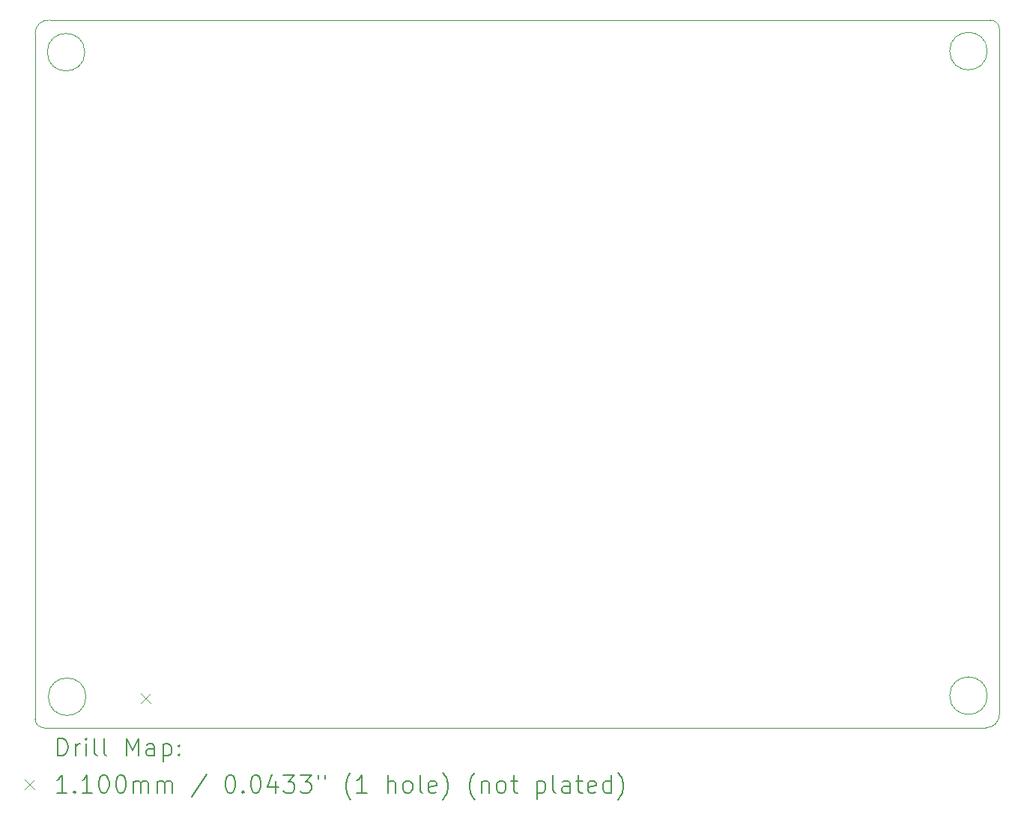
<source format=gbr>
%TF.GenerationSoftware,KiCad,Pcbnew,8.0.5*%
%TF.CreationDate,2024-10-13T23:26:23-04:00*%
%TF.ProjectId,table-2,7461626c-652d-4322-9e6b-696361645f70,1.2*%
%TF.SameCoordinates,Original*%
%TF.FileFunction,Drillmap*%
%TF.FilePolarity,Positive*%
%FSLAX45Y45*%
G04 Gerber Fmt 4.5, Leading zero omitted, Abs format (unit mm)*
G04 Created by KiCad (PCBNEW 8.0.5) date 2024-10-13 23:26:23*
%MOMM*%
%LPD*%
G01*
G04 APERTURE LIST*
%ADD10C,0.100000*%
%ADD11C,0.200000*%
%ADD12C,0.110000*%
G04 APERTURE END LIST*
D10*
X8400000Y-4100000D02*
X8269326Y-4100000D01*
X8100000Y-4250000D02*
G75*
G02*
X8269326Y-4100000I151103J0D01*
G01*
X18683195Y-12100000D02*
X8200000Y-12100000D01*
X18900000Y-4100000D02*
G75*
G02*
X19000000Y-4200000I0J-100000D01*
G01*
X8674264Y-11750000D02*
G75*
G02*
X8250000Y-11750000I-212132J0D01*
G01*
X8250000Y-11750000D02*
G75*
G02*
X8674264Y-11750000I212132J0D01*
G01*
X8662132Y-4462132D02*
G75*
G02*
X8237868Y-4462132I-212132J0D01*
G01*
X8237868Y-4462132D02*
G75*
G02*
X8662132Y-4462132I212132J0D01*
G01*
X8100000Y-12000000D02*
X8100000Y-4250000D01*
X8200000Y-12100000D02*
G75*
G02*
X8100000Y-12000000I0J100000D01*
G01*
X19000000Y-11950000D02*
G75*
G02*
X18850000Y-12100000I-150000J0D01*
G01*
X18862132Y-11737868D02*
G75*
G02*
X18437868Y-11737868I-212132J0D01*
G01*
X18437868Y-11737868D02*
G75*
G02*
X18862132Y-11737868I212132J0D01*
G01*
X18350000Y-4100000D02*
X8400000Y-4100000D01*
X19000000Y-4200000D02*
X19000000Y-11950000D01*
X18683195Y-4100000D02*
X18900000Y-4100000D01*
X18862132Y-4450000D02*
G75*
G02*
X18437868Y-4450000I-212132J0D01*
G01*
X18437868Y-4450000D02*
G75*
G02*
X18862132Y-4450000I212132J0D01*
G01*
X18350000Y-4100000D02*
X18683195Y-4100000D01*
X18850000Y-12100000D02*
X18683195Y-12100000D01*
D11*
D12*
X9295000Y-11710500D02*
X9405000Y-11820500D01*
X9405000Y-11710500D02*
X9295000Y-11820500D01*
D11*
X8355777Y-12416484D02*
X8355777Y-12216484D01*
X8355777Y-12216484D02*
X8403396Y-12216484D01*
X8403396Y-12216484D02*
X8431967Y-12226008D01*
X8431967Y-12226008D02*
X8451015Y-12245055D01*
X8451015Y-12245055D02*
X8460539Y-12264103D01*
X8460539Y-12264103D02*
X8470063Y-12302198D01*
X8470063Y-12302198D02*
X8470063Y-12330769D01*
X8470063Y-12330769D02*
X8460539Y-12368865D01*
X8460539Y-12368865D02*
X8451015Y-12387912D01*
X8451015Y-12387912D02*
X8431967Y-12406960D01*
X8431967Y-12406960D02*
X8403396Y-12416484D01*
X8403396Y-12416484D02*
X8355777Y-12416484D01*
X8555777Y-12416484D02*
X8555777Y-12283150D01*
X8555777Y-12321246D02*
X8565301Y-12302198D01*
X8565301Y-12302198D02*
X8574824Y-12292674D01*
X8574824Y-12292674D02*
X8593872Y-12283150D01*
X8593872Y-12283150D02*
X8612920Y-12283150D01*
X8679586Y-12416484D02*
X8679586Y-12283150D01*
X8679586Y-12216484D02*
X8670063Y-12226008D01*
X8670063Y-12226008D02*
X8679586Y-12235531D01*
X8679586Y-12235531D02*
X8689110Y-12226008D01*
X8689110Y-12226008D02*
X8679586Y-12216484D01*
X8679586Y-12216484D02*
X8679586Y-12235531D01*
X8803396Y-12416484D02*
X8784348Y-12406960D01*
X8784348Y-12406960D02*
X8774824Y-12387912D01*
X8774824Y-12387912D02*
X8774824Y-12216484D01*
X8908158Y-12416484D02*
X8889110Y-12406960D01*
X8889110Y-12406960D02*
X8879586Y-12387912D01*
X8879586Y-12387912D02*
X8879586Y-12216484D01*
X9136729Y-12416484D02*
X9136729Y-12216484D01*
X9136729Y-12216484D02*
X9203396Y-12359341D01*
X9203396Y-12359341D02*
X9270063Y-12216484D01*
X9270063Y-12216484D02*
X9270063Y-12416484D01*
X9451015Y-12416484D02*
X9451015Y-12311722D01*
X9451015Y-12311722D02*
X9441491Y-12292674D01*
X9441491Y-12292674D02*
X9422444Y-12283150D01*
X9422444Y-12283150D02*
X9384348Y-12283150D01*
X9384348Y-12283150D02*
X9365301Y-12292674D01*
X9451015Y-12406960D02*
X9431967Y-12416484D01*
X9431967Y-12416484D02*
X9384348Y-12416484D01*
X9384348Y-12416484D02*
X9365301Y-12406960D01*
X9365301Y-12406960D02*
X9355777Y-12387912D01*
X9355777Y-12387912D02*
X9355777Y-12368865D01*
X9355777Y-12368865D02*
X9365301Y-12349817D01*
X9365301Y-12349817D02*
X9384348Y-12340293D01*
X9384348Y-12340293D02*
X9431967Y-12340293D01*
X9431967Y-12340293D02*
X9451015Y-12330769D01*
X9546253Y-12283150D02*
X9546253Y-12483150D01*
X9546253Y-12292674D02*
X9565301Y-12283150D01*
X9565301Y-12283150D02*
X9603396Y-12283150D01*
X9603396Y-12283150D02*
X9622444Y-12292674D01*
X9622444Y-12292674D02*
X9631967Y-12302198D01*
X9631967Y-12302198D02*
X9641491Y-12321246D01*
X9641491Y-12321246D02*
X9641491Y-12378388D01*
X9641491Y-12378388D02*
X9631967Y-12397436D01*
X9631967Y-12397436D02*
X9622444Y-12406960D01*
X9622444Y-12406960D02*
X9603396Y-12416484D01*
X9603396Y-12416484D02*
X9565301Y-12416484D01*
X9565301Y-12416484D02*
X9546253Y-12406960D01*
X9727205Y-12397436D02*
X9736729Y-12406960D01*
X9736729Y-12406960D02*
X9727205Y-12416484D01*
X9727205Y-12416484D02*
X9717682Y-12406960D01*
X9717682Y-12406960D02*
X9727205Y-12397436D01*
X9727205Y-12397436D02*
X9727205Y-12416484D01*
X9727205Y-12292674D02*
X9736729Y-12302198D01*
X9736729Y-12302198D02*
X9727205Y-12311722D01*
X9727205Y-12311722D02*
X9717682Y-12302198D01*
X9717682Y-12302198D02*
X9727205Y-12292674D01*
X9727205Y-12292674D02*
X9727205Y-12311722D01*
D12*
X7985000Y-12690000D02*
X8095000Y-12800000D01*
X8095000Y-12690000D02*
X7985000Y-12800000D01*
D11*
X8460539Y-12836484D02*
X8346253Y-12836484D01*
X8403396Y-12836484D02*
X8403396Y-12636484D01*
X8403396Y-12636484D02*
X8384348Y-12665055D01*
X8384348Y-12665055D02*
X8365301Y-12684103D01*
X8365301Y-12684103D02*
X8346253Y-12693627D01*
X8546253Y-12817436D02*
X8555777Y-12826960D01*
X8555777Y-12826960D02*
X8546253Y-12836484D01*
X8546253Y-12836484D02*
X8536729Y-12826960D01*
X8536729Y-12826960D02*
X8546253Y-12817436D01*
X8546253Y-12817436D02*
X8546253Y-12836484D01*
X8746253Y-12836484D02*
X8631967Y-12836484D01*
X8689110Y-12836484D02*
X8689110Y-12636484D01*
X8689110Y-12636484D02*
X8670063Y-12665055D01*
X8670063Y-12665055D02*
X8651015Y-12684103D01*
X8651015Y-12684103D02*
X8631967Y-12693627D01*
X8870063Y-12636484D02*
X8889110Y-12636484D01*
X8889110Y-12636484D02*
X8908158Y-12646008D01*
X8908158Y-12646008D02*
X8917682Y-12655531D01*
X8917682Y-12655531D02*
X8927205Y-12674579D01*
X8927205Y-12674579D02*
X8936729Y-12712674D01*
X8936729Y-12712674D02*
X8936729Y-12760293D01*
X8936729Y-12760293D02*
X8927205Y-12798388D01*
X8927205Y-12798388D02*
X8917682Y-12817436D01*
X8917682Y-12817436D02*
X8908158Y-12826960D01*
X8908158Y-12826960D02*
X8889110Y-12836484D01*
X8889110Y-12836484D02*
X8870063Y-12836484D01*
X8870063Y-12836484D02*
X8851015Y-12826960D01*
X8851015Y-12826960D02*
X8841491Y-12817436D01*
X8841491Y-12817436D02*
X8831967Y-12798388D01*
X8831967Y-12798388D02*
X8822444Y-12760293D01*
X8822444Y-12760293D02*
X8822444Y-12712674D01*
X8822444Y-12712674D02*
X8831967Y-12674579D01*
X8831967Y-12674579D02*
X8841491Y-12655531D01*
X8841491Y-12655531D02*
X8851015Y-12646008D01*
X8851015Y-12646008D02*
X8870063Y-12636484D01*
X9060539Y-12636484D02*
X9079586Y-12636484D01*
X9079586Y-12636484D02*
X9098634Y-12646008D01*
X9098634Y-12646008D02*
X9108158Y-12655531D01*
X9108158Y-12655531D02*
X9117682Y-12674579D01*
X9117682Y-12674579D02*
X9127205Y-12712674D01*
X9127205Y-12712674D02*
X9127205Y-12760293D01*
X9127205Y-12760293D02*
X9117682Y-12798388D01*
X9117682Y-12798388D02*
X9108158Y-12817436D01*
X9108158Y-12817436D02*
X9098634Y-12826960D01*
X9098634Y-12826960D02*
X9079586Y-12836484D01*
X9079586Y-12836484D02*
X9060539Y-12836484D01*
X9060539Y-12836484D02*
X9041491Y-12826960D01*
X9041491Y-12826960D02*
X9031967Y-12817436D01*
X9031967Y-12817436D02*
X9022444Y-12798388D01*
X9022444Y-12798388D02*
X9012920Y-12760293D01*
X9012920Y-12760293D02*
X9012920Y-12712674D01*
X9012920Y-12712674D02*
X9022444Y-12674579D01*
X9022444Y-12674579D02*
X9031967Y-12655531D01*
X9031967Y-12655531D02*
X9041491Y-12646008D01*
X9041491Y-12646008D02*
X9060539Y-12636484D01*
X9212920Y-12836484D02*
X9212920Y-12703150D01*
X9212920Y-12722198D02*
X9222444Y-12712674D01*
X9222444Y-12712674D02*
X9241491Y-12703150D01*
X9241491Y-12703150D02*
X9270063Y-12703150D01*
X9270063Y-12703150D02*
X9289110Y-12712674D01*
X9289110Y-12712674D02*
X9298634Y-12731722D01*
X9298634Y-12731722D02*
X9298634Y-12836484D01*
X9298634Y-12731722D02*
X9308158Y-12712674D01*
X9308158Y-12712674D02*
X9327205Y-12703150D01*
X9327205Y-12703150D02*
X9355777Y-12703150D01*
X9355777Y-12703150D02*
X9374825Y-12712674D01*
X9374825Y-12712674D02*
X9384348Y-12731722D01*
X9384348Y-12731722D02*
X9384348Y-12836484D01*
X9479586Y-12836484D02*
X9479586Y-12703150D01*
X9479586Y-12722198D02*
X9489110Y-12712674D01*
X9489110Y-12712674D02*
X9508158Y-12703150D01*
X9508158Y-12703150D02*
X9536729Y-12703150D01*
X9536729Y-12703150D02*
X9555777Y-12712674D01*
X9555777Y-12712674D02*
X9565301Y-12731722D01*
X9565301Y-12731722D02*
X9565301Y-12836484D01*
X9565301Y-12731722D02*
X9574825Y-12712674D01*
X9574825Y-12712674D02*
X9593872Y-12703150D01*
X9593872Y-12703150D02*
X9622444Y-12703150D01*
X9622444Y-12703150D02*
X9641491Y-12712674D01*
X9641491Y-12712674D02*
X9651015Y-12731722D01*
X9651015Y-12731722D02*
X9651015Y-12836484D01*
X10041491Y-12626960D02*
X9870063Y-12884103D01*
X10298634Y-12636484D02*
X10317682Y-12636484D01*
X10317682Y-12636484D02*
X10336729Y-12646008D01*
X10336729Y-12646008D02*
X10346253Y-12655531D01*
X10346253Y-12655531D02*
X10355777Y-12674579D01*
X10355777Y-12674579D02*
X10365301Y-12712674D01*
X10365301Y-12712674D02*
X10365301Y-12760293D01*
X10365301Y-12760293D02*
X10355777Y-12798388D01*
X10355777Y-12798388D02*
X10346253Y-12817436D01*
X10346253Y-12817436D02*
X10336729Y-12826960D01*
X10336729Y-12826960D02*
X10317682Y-12836484D01*
X10317682Y-12836484D02*
X10298634Y-12836484D01*
X10298634Y-12836484D02*
X10279587Y-12826960D01*
X10279587Y-12826960D02*
X10270063Y-12817436D01*
X10270063Y-12817436D02*
X10260539Y-12798388D01*
X10260539Y-12798388D02*
X10251015Y-12760293D01*
X10251015Y-12760293D02*
X10251015Y-12712674D01*
X10251015Y-12712674D02*
X10260539Y-12674579D01*
X10260539Y-12674579D02*
X10270063Y-12655531D01*
X10270063Y-12655531D02*
X10279587Y-12646008D01*
X10279587Y-12646008D02*
X10298634Y-12636484D01*
X10451015Y-12817436D02*
X10460539Y-12826960D01*
X10460539Y-12826960D02*
X10451015Y-12836484D01*
X10451015Y-12836484D02*
X10441491Y-12826960D01*
X10441491Y-12826960D02*
X10451015Y-12817436D01*
X10451015Y-12817436D02*
X10451015Y-12836484D01*
X10584348Y-12636484D02*
X10603396Y-12636484D01*
X10603396Y-12636484D02*
X10622444Y-12646008D01*
X10622444Y-12646008D02*
X10631968Y-12655531D01*
X10631968Y-12655531D02*
X10641491Y-12674579D01*
X10641491Y-12674579D02*
X10651015Y-12712674D01*
X10651015Y-12712674D02*
X10651015Y-12760293D01*
X10651015Y-12760293D02*
X10641491Y-12798388D01*
X10641491Y-12798388D02*
X10631968Y-12817436D01*
X10631968Y-12817436D02*
X10622444Y-12826960D01*
X10622444Y-12826960D02*
X10603396Y-12836484D01*
X10603396Y-12836484D02*
X10584348Y-12836484D01*
X10584348Y-12836484D02*
X10565301Y-12826960D01*
X10565301Y-12826960D02*
X10555777Y-12817436D01*
X10555777Y-12817436D02*
X10546253Y-12798388D01*
X10546253Y-12798388D02*
X10536729Y-12760293D01*
X10536729Y-12760293D02*
X10536729Y-12712674D01*
X10536729Y-12712674D02*
X10546253Y-12674579D01*
X10546253Y-12674579D02*
X10555777Y-12655531D01*
X10555777Y-12655531D02*
X10565301Y-12646008D01*
X10565301Y-12646008D02*
X10584348Y-12636484D01*
X10822444Y-12703150D02*
X10822444Y-12836484D01*
X10774825Y-12626960D02*
X10727206Y-12769817D01*
X10727206Y-12769817D02*
X10851015Y-12769817D01*
X10908158Y-12636484D02*
X11031968Y-12636484D01*
X11031968Y-12636484D02*
X10965301Y-12712674D01*
X10965301Y-12712674D02*
X10993872Y-12712674D01*
X10993872Y-12712674D02*
X11012920Y-12722198D01*
X11012920Y-12722198D02*
X11022444Y-12731722D01*
X11022444Y-12731722D02*
X11031968Y-12750769D01*
X11031968Y-12750769D02*
X11031968Y-12798388D01*
X11031968Y-12798388D02*
X11022444Y-12817436D01*
X11022444Y-12817436D02*
X11012920Y-12826960D01*
X11012920Y-12826960D02*
X10993872Y-12836484D01*
X10993872Y-12836484D02*
X10936729Y-12836484D01*
X10936729Y-12836484D02*
X10917682Y-12826960D01*
X10917682Y-12826960D02*
X10908158Y-12817436D01*
X11098634Y-12636484D02*
X11222444Y-12636484D01*
X11222444Y-12636484D02*
X11155777Y-12712674D01*
X11155777Y-12712674D02*
X11184349Y-12712674D01*
X11184349Y-12712674D02*
X11203396Y-12722198D01*
X11203396Y-12722198D02*
X11212920Y-12731722D01*
X11212920Y-12731722D02*
X11222444Y-12750769D01*
X11222444Y-12750769D02*
X11222444Y-12798388D01*
X11222444Y-12798388D02*
X11212920Y-12817436D01*
X11212920Y-12817436D02*
X11203396Y-12826960D01*
X11203396Y-12826960D02*
X11184349Y-12836484D01*
X11184349Y-12836484D02*
X11127206Y-12836484D01*
X11127206Y-12836484D02*
X11108158Y-12826960D01*
X11108158Y-12826960D02*
X11098634Y-12817436D01*
X11298634Y-12636484D02*
X11298634Y-12674579D01*
X11374825Y-12636484D02*
X11374825Y-12674579D01*
X11670063Y-12912674D02*
X11660539Y-12903150D01*
X11660539Y-12903150D02*
X11641491Y-12874579D01*
X11641491Y-12874579D02*
X11631968Y-12855531D01*
X11631968Y-12855531D02*
X11622444Y-12826960D01*
X11622444Y-12826960D02*
X11612920Y-12779341D01*
X11612920Y-12779341D02*
X11612920Y-12741246D01*
X11612920Y-12741246D02*
X11622444Y-12693627D01*
X11622444Y-12693627D02*
X11631968Y-12665055D01*
X11631968Y-12665055D02*
X11641491Y-12646008D01*
X11641491Y-12646008D02*
X11660539Y-12617436D01*
X11660539Y-12617436D02*
X11670063Y-12607912D01*
X11851015Y-12836484D02*
X11736729Y-12836484D01*
X11793872Y-12836484D02*
X11793872Y-12636484D01*
X11793872Y-12636484D02*
X11774825Y-12665055D01*
X11774825Y-12665055D02*
X11755777Y-12684103D01*
X11755777Y-12684103D02*
X11736729Y-12693627D01*
X12089110Y-12836484D02*
X12089110Y-12636484D01*
X12174825Y-12836484D02*
X12174825Y-12731722D01*
X12174825Y-12731722D02*
X12165301Y-12712674D01*
X12165301Y-12712674D02*
X12146253Y-12703150D01*
X12146253Y-12703150D02*
X12117682Y-12703150D01*
X12117682Y-12703150D02*
X12098634Y-12712674D01*
X12098634Y-12712674D02*
X12089110Y-12722198D01*
X12298634Y-12836484D02*
X12279587Y-12826960D01*
X12279587Y-12826960D02*
X12270063Y-12817436D01*
X12270063Y-12817436D02*
X12260539Y-12798388D01*
X12260539Y-12798388D02*
X12260539Y-12741246D01*
X12260539Y-12741246D02*
X12270063Y-12722198D01*
X12270063Y-12722198D02*
X12279587Y-12712674D01*
X12279587Y-12712674D02*
X12298634Y-12703150D01*
X12298634Y-12703150D02*
X12327206Y-12703150D01*
X12327206Y-12703150D02*
X12346253Y-12712674D01*
X12346253Y-12712674D02*
X12355777Y-12722198D01*
X12355777Y-12722198D02*
X12365301Y-12741246D01*
X12365301Y-12741246D02*
X12365301Y-12798388D01*
X12365301Y-12798388D02*
X12355777Y-12817436D01*
X12355777Y-12817436D02*
X12346253Y-12826960D01*
X12346253Y-12826960D02*
X12327206Y-12836484D01*
X12327206Y-12836484D02*
X12298634Y-12836484D01*
X12479587Y-12836484D02*
X12460539Y-12826960D01*
X12460539Y-12826960D02*
X12451015Y-12807912D01*
X12451015Y-12807912D02*
X12451015Y-12636484D01*
X12631968Y-12826960D02*
X12612920Y-12836484D01*
X12612920Y-12836484D02*
X12574825Y-12836484D01*
X12574825Y-12836484D02*
X12555777Y-12826960D01*
X12555777Y-12826960D02*
X12546253Y-12807912D01*
X12546253Y-12807912D02*
X12546253Y-12731722D01*
X12546253Y-12731722D02*
X12555777Y-12712674D01*
X12555777Y-12712674D02*
X12574825Y-12703150D01*
X12574825Y-12703150D02*
X12612920Y-12703150D01*
X12612920Y-12703150D02*
X12631968Y-12712674D01*
X12631968Y-12712674D02*
X12641491Y-12731722D01*
X12641491Y-12731722D02*
X12641491Y-12750769D01*
X12641491Y-12750769D02*
X12546253Y-12769817D01*
X12708158Y-12912674D02*
X12717682Y-12903150D01*
X12717682Y-12903150D02*
X12736730Y-12874579D01*
X12736730Y-12874579D02*
X12746253Y-12855531D01*
X12746253Y-12855531D02*
X12755777Y-12826960D01*
X12755777Y-12826960D02*
X12765301Y-12779341D01*
X12765301Y-12779341D02*
X12765301Y-12741246D01*
X12765301Y-12741246D02*
X12755777Y-12693627D01*
X12755777Y-12693627D02*
X12746253Y-12665055D01*
X12746253Y-12665055D02*
X12736730Y-12646008D01*
X12736730Y-12646008D02*
X12717682Y-12617436D01*
X12717682Y-12617436D02*
X12708158Y-12607912D01*
X13070063Y-12912674D02*
X13060539Y-12903150D01*
X13060539Y-12903150D02*
X13041491Y-12874579D01*
X13041491Y-12874579D02*
X13031968Y-12855531D01*
X13031968Y-12855531D02*
X13022444Y-12826960D01*
X13022444Y-12826960D02*
X13012920Y-12779341D01*
X13012920Y-12779341D02*
X13012920Y-12741246D01*
X13012920Y-12741246D02*
X13022444Y-12693627D01*
X13022444Y-12693627D02*
X13031968Y-12665055D01*
X13031968Y-12665055D02*
X13041491Y-12646008D01*
X13041491Y-12646008D02*
X13060539Y-12617436D01*
X13060539Y-12617436D02*
X13070063Y-12607912D01*
X13146253Y-12703150D02*
X13146253Y-12836484D01*
X13146253Y-12722198D02*
X13155777Y-12712674D01*
X13155777Y-12712674D02*
X13174825Y-12703150D01*
X13174825Y-12703150D02*
X13203396Y-12703150D01*
X13203396Y-12703150D02*
X13222444Y-12712674D01*
X13222444Y-12712674D02*
X13231968Y-12731722D01*
X13231968Y-12731722D02*
X13231968Y-12836484D01*
X13355777Y-12836484D02*
X13336730Y-12826960D01*
X13336730Y-12826960D02*
X13327206Y-12817436D01*
X13327206Y-12817436D02*
X13317682Y-12798388D01*
X13317682Y-12798388D02*
X13317682Y-12741246D01*
X13317682Y-12741246D02*
X13327206Y-12722198D01*
X13327206Y-12722198D02*
X13336730Y-12712674D01*
X13336730Y-12712674D02*
X13355777Y-12703150D01*
X13355777Y-12703150D02*
X13384349Y-12703150D01*
X13384349Y-12703150D02*
X13403396Y-12712674D01*
X13403396Y-12712674D02*
X13412920Y-12722198D01*
X13412920Y-12722198D02*
X13422444Y-12741246D01*
X13422444Y-12741246D02*
X13422444Y-12798388D01*
X13422444Y-12798388D02*
X13412920Y-12817436D01*
X13412920Y-12817436D02*
X13403396Y-12826960D01*
X13403396Y-12826960D02*
X13384349Y-12836484D01*
X13384349Y-12836484D02*
X13355777Y-12836484D01*
X13479587Y-12703150D02*
X13555777Y-12703150D01*
X13508158Y-12636484D02*
X13508158Y-12807912D01*
X13508158Y-12807912D02*
X13517682Y-12826960D01*
X13517682Y-12826960D02*
X13536730Y-12836484D01*
X13536730Y-12836484D02*
X13555777Y-12836484D01*
X13774825Y-12703150D02*
X13774825Y-12903150D01*
X13774825Y-12712674D02*
X13793872Y-12703150D01*
X13793872Y-12703150D02*
X13831968Y-12703150D01*
X13831968Y-12703150D02*
X13851015Y-12712674D01*
X13851015Y-12712674D02*
X13860539Y-12722198D01*
X13860539Y-12722198D02*
X13870063Y-12741246D01*
X13870063Y-12741246D02*
X13870063Y-12798388D01*
X13870063Y-12798388D02*
X13860539Y-12817436D01*
X13860539Y-12817436D02*
X13851015Y-12826960D01*
X13851015Y-12826960D02*
X13831968Y-12836484D01*
X13831968Y-12836484D02*
X13793872Y-12836484D01*
X13793872Y-12836484D02*
X13774825Y-12826960D01*
X13984349Y-12836484D02*
X13965301Y-12826960D01*
X13965301Y-12826960D02*
X13955777Y-12807912D01*
X13955777Y-12807912D02*
X13955777Y-12636484D01*
X14146253Y-12836484D02*
X14146253Y-12731722D01*
X14146253Y-12731722D02*
X14136730Y-12712674D01*
X14136730Y-12712674D02*
X14117682Y-12703150D01*
X14117682Y-12703150D02*
X14079587Y-12703150D01*
X14079587Y-12703150D02*
X14060539Y-12712674D01*
X14146253Y-12826960D02*
X14127206Y-12836484D01*
X14127206Y-12836484D02*
X14079587Y-12836484D01*
X14079587Y-12836484D02*
X14060539Y-12826960D01*
X14060539Y-12826960D02*
X14051015Y-12807912D01*
X14051015Y-12807912D02*
X14051015Y-12788865D01*
X14051015Y-12788865D02*
X14060539Y-12769817D01*
X14060539Y-12769817D02*
X14079587Y-12760293D01*
X14079587Y-12760293D02*
X14127206Y-12760293D01*
X14127206Y-12760293D02*
X14146253Y-12750769D01*
X14212920Y-12703150D02*
X14289111Y-12703150D01*
X14241492Y-12636484D02*
X14241492Y-12807912D01*
X14241492Y-12807912D02*
X14251015Y-12826960D01*
X14251015Y-12826960D02*
X14270063Y-12836484D01*
X14270063Y-12836484D02*
X14289111Y-12836484D01*
X14431968Y-12826960D02*
X14412920Y-12836484D01*
X14412920Y-12836484D02*
X14374825Y-12836484D01*
X14374825Y-12836484D02*
X14355777Y-12826960D01*
X14355777Y-12826960D02*
X14346253Y-12807912D01*
X14346253Y-12807912D02*
X14346253Y-12731722D01*
X14346253Y-12731722D02*
X14355777Y-12712674D01*
X14355777Y-12712674D02*
X14374825Y-12703150D01*
X14374825Y-12703150D02*
X14412920Y-12703150D01*
X14412920Y-12703150D02*
X14431968Y-12712674D01*
X14431968Y-12712674D02*
X14441492Y-12731722D01*
X14441492Y-12731722D02*
X14441492Y-12750769D01*
X14441492Y-12750769D02*
X14346253Y-12769817D01*
X14612920Y-12836484D02*
X14612920Y-12636484D01*
X14612920Y-12826960D02*
X14593873Y-12836484D01*
X14593873Y-12836484D02*
X14555777Y-12836484D01*
X14555777Y-12836484D02*
X14536730Y-12826960D01*
X14536730Y-12826960D02*
X14527206Y-12817436D01*
X14527206Y-12817436D02*
X14517682Y-12798388D01*
X14517682Y-12798388D02*
X14517682Y-12741246D01*
X14517682Y-12741246D02*
X14527206Y-12722198D01*
X14527206Y-12722198D02*
X14536730Y-12712674D01*
X14536730Y-12712674D02*
X14555777Y-12703150D01*
X14555777Y-12703150D02*
X14593873Y-12703150D01*
X14593873Y-12703150D02*
X14612920Y-12712674D01*
X14689111Y-12912674D02*
X14698634Y-12903150D01*
X14698634Y-12903150D02*
X14717682Y-12874579D01*
X14717682Y-12874579D02*
X14727206Y-12855531D01*
X14727206Y-12855531D02*
X14736730Y-12826960D01*
X14736730Y-12826960D02*
X14746253Y-12779341D01*
X14746253Y-12779341D02*
X14746253Y-12741246D01*
X14746253Y-12741246D02*
X14736730Y-12693627D01*
X14736730Y-12693627D02*
X14727206Y-12665055D01*
X14727206Y-12665055D02*
X14717682Y-12646008D01*
X14717682Y-12646008D02*
X14698634Y-12617436D01*
X14698634Y-12617436D02*
X14689111Y-12607912D01*
M02*

</source>
